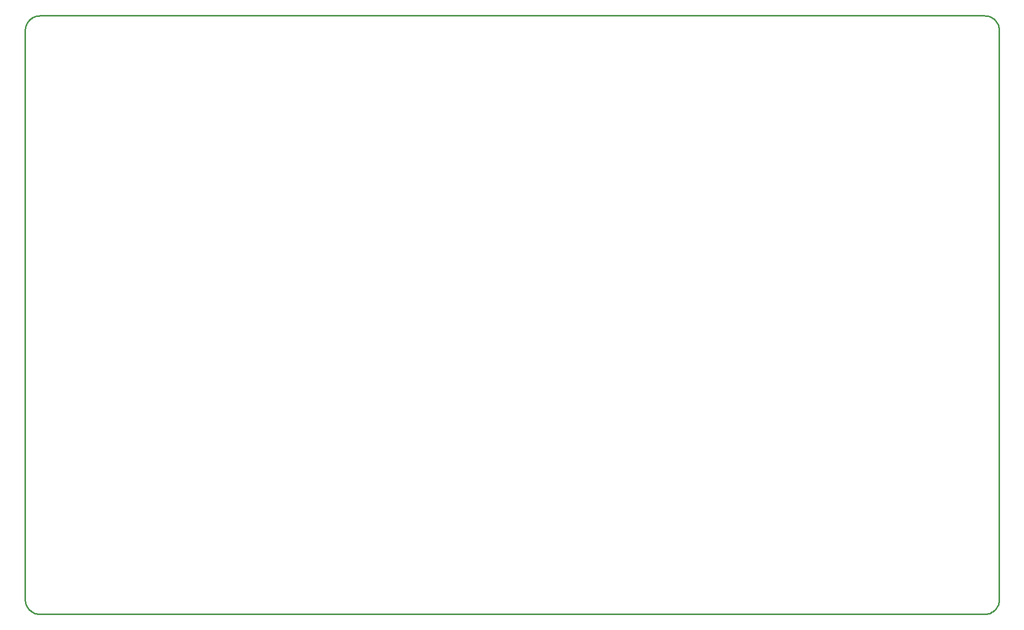
<source format=gko>
G04 Generated by Cuprum (2.2.6) at 2022-08-02T13:53:49-04:00*
%FSLAX66Y66*%
%MOIN*%
%TF.FileFunction,Soldermask,Bot,1*%
%TF.SameCoordinates,F4B93D20-EBF5-4DF0-86F6-78E551EF7C51*%
%TF.CreationDate,2022-08-02T13:53:49-04:00*%
%TF.GenerationSoftware,Wortum,Cuprum,2.2.6*%
%ADD10C,0.01*%
G75*
D10*
X0Y100000D02*
G01X400Y91300D01*
X1500Y82600D01*
X3400Y74100D01*
X6000Y65800D01*
X9400Y57700D01*
X13400Y50000D01*
X18100Y42600D01*
X23400Y35700D01*
X29300Y29300D01*
X35700Y23400D01*
X42600Y18100D01*
X50000Y13400D01*
X57700Y9400D01*
X65800Y6000D01*
X74100Y3400D01*
X82600Y1500D01*
X91300Y400D01*
X100000Y0D01*
X6400000D01*
X6408700Y400D01*
X6417400Y1500D01*
X6425900Y3400D01*
X6434200Y6000D01*
X6442300Y9400D01*
X6450000Y13400D01*
X6457400Y18100D01*
X6464300Y23400D01*
X6470700Y29300D01*
X6476600Y35700D01*
X6481900Y42600D01*
X6486600Y50000D01*
X6490600Y57700D01*
X6494000Y65800D01*
X6496600Y74100D01*
X6498500Y82600D01*
X6499600Y91300D01*
X6500000Y100000D01*
Y3900000D01*
X6499600Y3908700D01*
X6498500Y3917400D01*
X6496600Y3925900D01*
X6494000Y3934200D01*
X6490600Y3942300D01*
X6486600Y3950000D01*
X6481900Y3957400D01*
X6476600Y3964300D01*
X6470700Y3970700D01*
X6464300Y3976600D01*
X6457400Y3981900D01*
X6450000Y3986600D01*
X6442300Y3990600D01*
X6434200Y3994000D01*
X6425900Y3996600D01*
X6417400Y3998500D01*
X6408700Y3999600D01*
X6400000Y4000000D01*
X100000D01*
X91300Y3999600D01*
X82600Y3998500D01*
X74100Y3996600D01*
X65800Y3994000D01*
X57700Y3990600D01*
X50000Y3986600D01*
X42600Y3981900D01*
X35700Y3976600D01*
X29300Y3970700D01*
X23400Y3964300D01*
X18100Y3957400D01*
X13400Y3950000D01*
X9400Y3942300D01*
X6000Y3934200D01*
X3400Y3925900D01*
X1500Y3917400D01*
X400Y3908700D01*
X0Y3900000D01*
Y100000D01*
%TF.MD5,b39aea15d2c4fa3a754aca35ded59cc4*%
M02*

</source>
